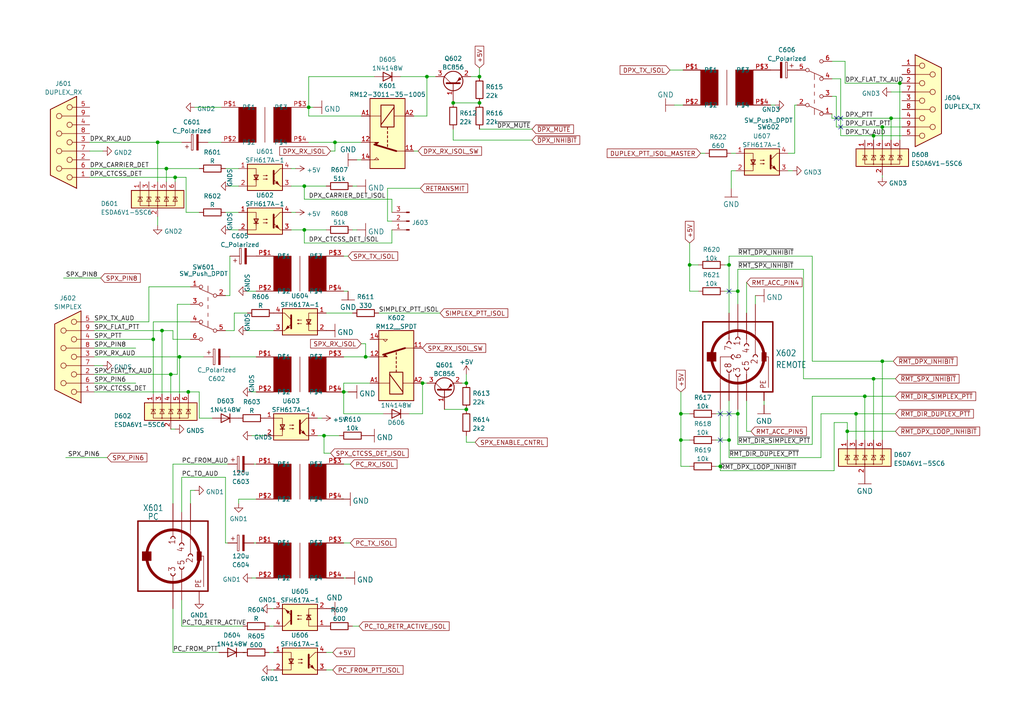
<source format=kicad_sch>
(kicad_sch (version 20211123) (generator eeschema)
  (paper "A4")
  (junction (at 48.26 48.895))
  (junction (at 123.825 22.225))
  (junction (at 245.745 125.095))
  (junction (at 211.455 127.635))
  (junction (at 208.915 135.255))
  (junction (at 211.455 76.835))
  (junction (at 197.485 127.635))
  (junction (at 255.905 104.775))
  (junction (at 213.995 120.015))
  (junction (at 253.365 109.855))
  (junction (at 139.065 22.225))
  (junction (at 89.535 31.115))
  (junction (at 45.72 41.275))
  (junction (at 258.445 34.29))
  (junction (at 197.485 120.015))
  (junction (at 248.285 120.015))
  (junction (at 88.265 53.975))
  (junction (at 250.825 114.935))
  (junction (at 131.445 29.845))
  (junction (at 135.255 118.745))
  (junction (at 255.905 36.83))
  (junction (at 50.8 51.435))
  (junction (at 139.065 29.845))
  (junction (at 99.695 113.665))
  (junction (at 260.985 24.13))
  (junction (at 106.045 103.505))
  (junction (at 93.98 126.365))
  (junction (at 213.995 84.455))
  (junction (at 97.155 41.275))
  (junction (at 52.07 103.505))
  (junction (at 200.025 76.835))
  (junction (at 135.255 111.125))
  (junction (at 253.365 39.37))
  (junction (at 46.99 95.885))
  (junction (at 88.265 66.675))
  (junction (at 49.53 108.585))
  (junction (at 122.555 111.125))
  (junction (at 54.61 113.665))
  (junction (at 44.45 98.425))
  (no_connect (at 243.84 36.83))
  (no_connect (at 243.84 34.29))
  (no_connect (at 208.915 120.015))
  (no_connect (at 211.455 84.455))
  (no_connect (at 242.57 34.29))
  (no_connect (at 211.455 120.015))
  (no_connect (at 208.915 127.635))
  (wire (pts (xy 46.99 95.885) (xy 50.165 95.885)))
  (wire (pts (xy 102.235 181.61) (xy 104.14 181.61)))
  (wire (pts (xy 88.265 53.975) (xy 94.615 53.975)))
  (wire (pts (xy 73.025 113.665) (xy 74.295 113.665)))
  (wire (pts (xy 202.565 84.455) (xy 200.025 84.455)))
  (wire (pts (xy 219.075 85.725) (xy 219.075 88.265)))
  (wire (pts (xy 102.235 66.675) (xy 103.505 66.675)))
  (wire (pts (xy 27.305 108.585) (xy 49.53 108.585)))
  (wire (pts (xy 203.2 44.45) (xy 204.47 44.45)))
  (wire (pts (xy 27.305 100.965) (xy 39.37 100.965)))
  (wire (pts (xy 99.695 144.78) (xy 99.06 144.78)))
  (wire (pts (xy 194.31 20.32) (xy 198.12 20.32)))
  (wire (pts (xy 120.015 43.815) (xy 121.285 43.815)))
  (wire (pts (xy 233.045 78.105) (xy 233.045 109.855)))
  (wire (pts (xy 48.26 48.895) (xy 48.26 52.705)))
  (wire (pts (xy 260.985 24.13) (xy 261.62 24.13)))
  (wire (pts (xy 241.3 34.29) (xy 258.445 34.29)))
  (wire (pts (xy 245.11 17.78) (xy 245.11 24.13)))
  (wire (pts (xy 95.885 43.815) (xy 97.155 43.815)))
  (wire (pts (xy 104.775 33.655) (xy 89.535 33.655)))
  (wire (pts (xy 123.825 33.655) (xy 120.015 33.655)))
  (wire (pts (xy 97.155 43.815) (xy 97.155 41.275)))
  (wire (pts (xy 99.695 120.015) (xy 99.695 113.665)))
  (wire (pts (xy 53.975 51.435) (xy 53.975 61.595)))
  (wire (pts (xy 213.995 88.265) (xy 213.995 84.455)))
  (wire (pts (xy 52.07 103.505) (xy 52.07 114.3)))
  (wire (pts (xy 255.905 36.83) (xy 255.905 40.64)))
  (wire (pts (xy 27.305 106.045) (xy 29.845 106.045)))
  (wire (pts (xy 212.09 44.45) (xy 213.36 44.45)))
  (wire (pts (xy 88.265 53.975) (xy 88.265 57.785)))
  (wire (pts (xy 78.105 181.61) (xy 79.375 181.61)))
  (wire (pts (xy 57.785 121.285) (xy 61.595 121.285)))
  (wire (pts (xy 213.995 78.105) (xy 233.045 78.105)))
  (wire (pts (xy 104.775 99.695) (xy 106.045 99.695)))
  (wire (pts (xy 65.405 157.48) (xy 66.04 157.48)))
  (wire (pts (xy 78.105 189.23) (xy 79.375 189.23)))
  (wire (pts (xy 245.745 125.095) (xy 259.715 125.095)))
  (wire (pts (xy 48.26 48.895) (xy 57.785 48.895)))
  (wire (pts (xy 197.485 120.015) (xy 200.025 120.015)))
  (wire (pts (xy 248.285 127.635) (xy 248.285 120.015)))
  (wire (pts (xy 241.3 27.94) (xy 242.57 27.94)))
  (wire (pts (xy 46.99 95.885) (xy 46.99 114.3)))
  (wire (pts (xy 250.825 114.935) (xy 250.825 127.635)))
  (wire (pts (xy 245.11 24.13) (xy 260.985 24.13)))
  (wire (pts (xy 211.455 132.715) (xy 238.125 132.715)))
  (wire (pts (xy 55.245 98.425) (xy 50.165 98.425)))
  (wire (pts (xy 97.155 41.275) (xy 104.775 41.275)))
  (wire (pts (xy 245.745 122.555) (xy 241.935 122.555)))
  (wire (pts (xy 99.695 103.505) (xy 106.045 103.505)))
  (wire (pts (xy 67.945 95.885) (xy 67.945 90.805)))
  (wire (pts (xy 71.12 189.23) (xy 70.485 189.23)))
  (wire (pts (xy 69.215 144.78) (xy 69.215 146.05)))
  (wire (pts (xy 230.505 44.45) (xy 230.505 30.48)))
  (wire (pts (xy 123.825 22.225) (xy 126.365 22.225)))
  (wire (pts (xy 99.695 111.125) (xy 99.695 113.665)))
  (wire (pts (xy 65.405 61.595) (xy 69.215 61.595)))
  (wire (pts (xy 52.705 173.99) (xy 52.705 181.61)))
  (wire (pts (xy 99.695 74.295) (xy 100.965 74.295)))
  (wire (pts (xy 49.53 108.585) (xy 51.435 108.585)))
  (wire (pts (xy 27.305 111.125) (xy 39.37 111.125)))
  (wire (pts (xy 154.305 40.64) (xy 131.445 40.64)))
  (wire (pts (xy 195.58 30.48) (xy 198.12 30.48)))
  (wire (pts (xy 197.485 113.665) (xy 197.485 120.015)))
  (wire (pts (xy 216.535 125.095) (xy 217.805 125.095)))
  (wire (pts (xy 123.825 22.225) (xy 123.825 33.655)))
  (wire (pts (xy 56.515 31.115) (xy 64.135 31.115)))
  (wire (pts (xy 211.455 127.635) (xy 211.455 132.715)))
  (wire (pts (xy 74.295 84.455) (xy 71.755 84.455)))
  (wire (pts (xy 228.6 49.53) (xy 229.87 49.53)))
  (wire (pts (xy 66.675 53.975) (xy 69.215 53.975)))
  (wire (pts (xy 45.72 62.865) (xy 45.72 65.405)))
  (wire (pts (xy 118.745 120.015) (xy 122.555 120.015)))
  (wire (pts (xy 107.315 111.125) (xy 99.695 111.125)))
  (wire (pts (xy 50.8 51.435) (xy 53.975 51.435)))
  (wire (pts (xy 66.675 74.295) (xy 66.675 85.725)))
  (wire (pts (xy 242.57 27.94) (xy 242.57 36.83)))
  (wire (pts (xy 135.255 126.365) (xy 135.255 128.27)))
  (wire (pts (xy 65.405 138.43) (xy 65.405 157.48)))
  (wire (pts (xy 60.325 41.275) (xy 64.135 41.275)))
  (wire (pts (xy 67.945 90.805) (xy 71.755 90.805)))
  (wire (pts (xy 51.435 108.585) (xy 51.435 88.265)))
  (wire (pts (xy 45.72 41.275) (xy 45.72 52.705)))
  (wire (pts (xy 102.235 53.975) (xy 103.505 53.975)))
  (wire (pts (xy 241.3 17.78) (xy 245.11 17.78)))
  (wire (pts (xy 45.72 41.275) (xy 52.705 41.275)))
  (wire (pts (xy 210.185 84.455) (xy 213.995 84.455)))
  (wire (pts (xy 139.065 37.465) (xy 154.305 37.465)))
  (wire (pts (xy 50.8 51.435) (xy 50.8 52.705)))
  (wire (pts (xy 93.98 131.445) (xy 93.98 126.365)))
  (wire (pts (xy 230.505 30.48) (xy 231.14 30.48)))
  (wire (pts (xy 250.825 114.935) (xy 259.715 114.935)))
  (wire (pts (xy 88.265 66.675) (xy 94.615 66.675)))
  (wire (pts (xy 44.45 98.425) (xy 44.45 114.3)))
  (wire (pts (xy 139.065 19.685) (xy 139.065 22.225)))
  (wire (pts (xy 78.74 194.31) (xy 79.375 194.31)))
  (wire (pts (xy 65.405 48.895) (xy 69.215 48.895)))
  (wire (pts (xy 52.705 181.61) (xy 70.485 181.61)))
  (wire (pts (xy 55.245 146.05) (xy 55.245 142.24)))
  (wire (pts (xy 258.445 34.29) (xy 258.445 40.64)))
  (wire (pts (xy 26.035 48.895) (xy 48.26 48.895)))
  (wire (pts (xy 109.855 90.805) (xy 127.635 90.805)))
  (wire (pts (xy 89.535 41.275) (xy 97.155 41.275)))
  (wire (pts (xy 50.165 176.53) (xy 50.165 189.23)))
  (wire (pts (xy 66.675 103.505) (xy 74.295 103.505)))
  (wire (pts (xy 90.805 31.115) (xy 89.535 31.115)))
  (wire (pts (xy 208.915 135.255) (xy 208.915 136.525)))
  (wire (pts (xy 260.985 24.13) (xy 260.985 40.64)))
  (wire (pts (xy 200.025 135.255) (xy 197.485 135.255)))
  (wire (pts (xy 106.045 99.695) (xy 106.045 103.505)))
  (wire (pts (xy 213.995 118.745) (xy 213.995 120.015)))
  (wire (pts (xy 133.985 111.125) (xy 135.255 111.125)))
  (wire (pts (xy 122.555 111.125) (xy 123.825 111.125)))
  (wire (pts (xy 92.075 126.365) (xy 93.98 126.365)))
  (wire (pts (xy 43.18 93.345) (xy 43.18 83.185)))
  (wire (pts (xy 54.61 113.665) (xy 57.785 113.665)))
  (wire (pts (xy 89.535 22.225) (xy 89.535 31.115)))
  (wire (pts (xy 52.705 148.59) (xy 52.705 138.43)))
  (wire (pts (xy 84.455 61.595) (xy 85.725 61.595)))
  (wire (pts (xy 258.445 34.29) (xy 261.62 34.29)))
  (wire (pts (xy 49.53 108.585) (xy 49.53 114.3)))
  (wire (pts (xy 113.665 66.675) (xy 113.665 70.485)))
  (wire (pts (xy 27.305 98.425) (xy 44.45 98.425)))
  (wire (pts (xy 92.075 121.285) (xy 93.345 121.285)))
  (wire (pts (xy 243.84 39.37) (xy 253.365 39.37)))
  (wire (pts (xy 211.455 76.835) (xy 211.455 90.805)))
  (wire (pts (xy 223.52 30.48) (xy 224.79 30.48)))
  (wire (pts (xy 255.905 36.83) (xy 261.62 36.83)))
  (wire (pts (xy 235.585 114.935) (xy 235.585 128.905)))
  (wire (pts (xy 253.365 109.855) (xy 253.365 127.635)))
  (wire (pts (xy 255.905 50.8) (xy 255.905 51.435)))
  (wire (pts (xy 122.555 120.015) (xy 122.555 111.125)))
  (wire (pts (xy 99.695 157.48) (xy 101.6 157.48)))
  (wire (pts (xy 242.57 36.83) (xy 255.905 36.83)))
  (wire (pts (xy 94.615 90.805) (xy 102.235 90.805)))
  (wire (pts (xy 207.645 120.015) (xy 213.995 120.015)))
  (wire (pts (xy 50.165 98.425) (xy 50.165 95.885)))
  (wire (pts (xy 211.455 74.295) (xy 235.585 74.295)))
  (wire (pts (xy 43.18 83.185) (xy 55.245 83.185)))
  (wire (pts (xy 213.995 84.455) (xy 213.995 78.105)))
  (wire (pts (xy 18.415 80.645) (xy 29.21 80.645)))
  (wire (pts (xy 255.905 104.775) (xy 259.08 104.775)))
  (wire (pts (xy 26.035 43.815) (xy 29.845 43.815)))
  (wire (pts (xy 57.785 113.665) (xy 57.785 121.285)))
  (wire (pts (xy 216.535 116.205) (xy 216.535 125.095)))
  (wire (pts (xy 27.305 103.505) (xy 52.07 103.505)))
  (wire (pts (xy 44.45 93.345) (xy 44.45 98.425)))
  (wire (pts (xy 213.36 49.53) (xy 212.09 49.53)))
  (wire (pts (xy 233.045 109.855) (xy 253.365 109.855)))
  (wire (pts (xy 245.745 125.095) (xy 245.745 127.635)))
  (wire (pts (xy 52.07 103.505) (xy 59.055 103.505)))
  (wire (pts (xy 99.695 84.455) (xy 100.965 84.455)))
  (wire (pts (xy 73.025 126.365) (xy 76.835 126.365)))
  (wire (pts (xy 88.265 70.485) (xy 113.665 70.485)))
  (wire (pts (xy 212.09 49.53) (xy 212.09 54.61)))
  (wire (pts (xy 207.645 135.255) (xy 208.915 135.255)))
  (wire (pts (xy 19.05 132.715) (xy 31.115 132.715)))
  (wire (pts (xy 253.365 39.37) (xy 253.365 40.64)))
  (wire (pts (xy 108.585 22.225) (xy 89.535 22.225)))
  (wire (pts (xy 84.455 48.895) (xy 85.725 48.895)))
  (wire (pts (xy 121.92 54.61) (xy 112.395 54.61)))
  (wire (pts (xy 27.305 95.885) (xy 46.99 95.885)))
  (wire (pts (xy 50.165 189.23) (xy 63.5 189.23)))
  (wire (pts (xy 99.695 113.665) (xy 100.965 113.665)))
  (wire (pts (xy 221.615 116.205) (xy 221.615 117.475)))
  (wire (pts (xy 66.675 66.675) (xy 69.215 66.675)))
  (wire (pts (xy 253.365 109.855) (xy 259.715 109.855)))
  (wire (pts (xy 213.995 128.905) (xy 235.585 128.905)))
  (wire (pts (xy 50.165 146.05) (xy 50.165 134.62)))
  (wire (pts (xy 99.695 134.62) (xy 101.6 134.62)))
  (wire (pts (xy 131.445 37.465) (xy 131.445 40.64)))
  (wire (pts (xy 213.995 120.015) (xy 213.995 128.905)))
  (wire (pts (xy 241.935 122.555) (xy 241.935 136.525)))
  (wire (pts (xy 50.165 134.62) (xy 66.04 134.62)))
  (wire (pts (xy 99.695 167.64) (xy 100.33 167.64)))
  (wire (pts (xy 27.305 93.345) (xy 43.18 93.345)))
  (wire (pts (xy 241.3 34.29) (xy 241.3 33.02)))
  (wire (pts (xy 26.035 41.275) (xy 45.72 41.275)))
  (wire (pts (xy 106.045 103.505) (xy 107.315 103.505)))
  (wire (pts (xy 94.615 194.31) (xy 96.52 194.31)))
  (wire (pts (xy 216.535 90.805) (xy 216.535 81.915)))
  (wire (pts (xy 27.305 113.665) (xy 54.61 113.665)))
  (wire (pts (xy 211.455 116.205) (xy 211.455 127.635)))
  (wire (pts (xy 52.705 138.43) (xy 65.405 138.43)))
  (wire (pts (xy 253.365 39.37) (xy 261.62 39.37)))
  (wire (pts (xy 103.505 46.355) (xy 104.775 46.355)))
  (wire (pts (xy 250.825 114.935) (xy 235.585 114.935)))
  (wire (pts (xy 207.645 127.635) (xy 211.455 127.635)))
  (wire (pts (xy 93.98 126.365) (xy 98.425 126.365)))
  (wire (pts (xy 241.3 22.86) (xy 243.84 22.86)))
  (wire (pts (xy 235.585 104.775) (xy 255.905 104.775)))
  (wire (pts (xy 131.445 29.845) (xy 139.065 29.845)))
  (wire (pts (xy 71.755 95.885) (xy 79.375 95.885)))
  (wire (pts (xy 197.485 127.635) (xy 200.025 127.635)))
  (wire (pts (xy 248.285 120.015) (xy 259.715 120.015)))
  (wire (pts (xy 258.445 26.67) (xy 261.62 26.67)))
  (wire (pts (xy 94.615 189.23) (xy 96.52 189.23)))
  (wire (pts (xy 228.6 44.45) (xy 230.505 44.45)))
  (wire (pts (xy 88.265 57.785) (xy 113.665 57.785)))
  (wire (pts (xy 84.455 53.975) (xy 88.265 53.975)))
  (wire (pts (xy 73.025 167.64) (xy 74.295 167.64)))
  (wire (pts (xy 135.255 111.125) (xy 135.255 108.585)))
  (wire (pts (xy 116.205 22.225) (xy 123.825 22.225)))
  (wire (pts (xy 111.125 120.015) (xy 99.695 120.015)))
  (wire (pts (xy 235.585 74.295) (xy 235.585 104.775)))
  (wire (pts (xy 89.535 33.655) (xy 89.535 31.115)))
  (wire (pts (xy 74.295 134.62) (xy 73.66 134.62)))
  (wire (pts (xy 66.675 85.725) (xy 65.405 85.725)))
  (wire (pts (xy 238.125 120.015) (xy 238.125 132.715)))
  (wire (pts (xy 54.61 113.665) (xy 54.61 114.3)))
  (wire (pts (xy 95.885 131.445) (xy 93.98 131.445)))
  (wire (pts (xy 238.125 120.015) (xy 248.285 120.015)))
  (wire (pts (xy 55.245 93.345) (xy 44.45 93.345)))
  (wire (pts (xy 112.395 54.61) (xy 112.395 64.135)))
  (wire (pts (xy 202.565 76.835) (xy 200.025 76.835)))
  (wire (pts (xy 78.74 176.53) (xy 79.375 176.53)))
  (wire (pts (xy 197.485 127.635) (xy 197.485 135.255)))
  (wire (pts (xy 200.025 76.835) (xy 200.025 70.485)))
  (wire (pts (xy 74.295 144.78) (xy 69.215 144.78)))
  (wire (pts (xy 210.185 76.835) (xy 211.455 76.835)))
  (wire (pts (xy 208.915 136.525) (xy 241.935 136.525)))
  (wire (pts (xy 51.435 88.265) (xy 55.245 88.265)))
  (wire (pts (xy 65.405 95.885) (xy 67.945 95.885)))
  (wire (pts (xy 208.915 118.745) (xy 208.915 135.255)))
  (wire (pts (xy 136.525 22.225) (xy 139.065 22.225)))
  (wire (pts (xy 135.255 128.27) (xy 137.795 128.27)))
  (wire (pts (xy 53.975 61.595) (xy 57.785 61.595)))
  (wire (pts (xy 243.84 22.86) (xy 243.84 39.37)))
  (wire (pts (xy 200.025 76.835) (xy 200.025 84.455)))
  (wire (pts (xy 74.295 157.48) (xy 73.66 157.48)))
  (wire (pts (xy 113.665 64.135) (xy 112.395 64.135)))
  (wire (pts (xy 84.455 66.675) (xy 88.265 66.675)))
  (wire (pts (xy 211.455 74.295) (xy 211.455 76.835)))
  (wire (pts (xy 26.035 51.435) (xy 50.8 51.435)))
  (wire (pts (xy 55.245 142.24) (xy 56.515 142.24)))
  (wire (pts (xy 255.905 104.775) (xy 255.905 127.635)))
  (wire (pts (xy 49.53 124.46) (xy 50.8 124.46)))
  (wire (pts (xy 245.745 122.555) (xy 245.745 125.095)))
  (wire (pts (xy 88.265 66.675) (xy 88.265 70.485)))
  (wire (pts (xy 113.665 57.785) (xy 113.665 61.595)))
  (wire (pts (xy 197.485 120.015) (xy 197.485 127.635)))
  (wire (pts (xy 128.905 118.745) (xy 135.255 118.745)))
  (label "SPX_FLAT_TX_AUD" (at 27.305 108.585 0))
  (label "SPX_RX_AUD" (at 27.305 103.505 0))
  (label "PC_TO_AUD" (at 52.705 138.43 0))
  (label "DPX_FLAT_PTT" (at 245.11 36.83 0))
  (label "DPX_CARRIER_DET_ISOL" (at 89.535 57.785 0))
  (label "SPX_TX_AUD" (at 27.305 93.345 0))
  (label "~{RMT_DPX_LOOP_INHIBIT}" (at 208.915 136.525 0))
  (label "SPX_PIN6" (at 19.685 132.715 0))
  (label "DPX_CTCSS_DET_ISOL" (at 89.535 70.485 0))
  (label "PC_TO_RETR_ACTIVE" (at 52.705 181.61 0))
  (label "~{DPX_MUTE}" (at 144.145 37.465 0))
  (label "~{RMT_SPX_INHIBIT}" (at 213.995 78.105 0))
  (label "DPX_FLAT_TX_AUD" (at 245.11 24.13 0))
  (label "DPX_TX_AUD" (at 245.11 39.37 0))
  (label "SPX_CTCSS_DET" (at 27.305 113.665 0))
  (label "~{RMT_DIR_DUPLEX_PTT}" (at 211.455 132.715 0))
  (label "SPX_PIN8" (at 27.305 100.965 0))
  (label "PC_FROM_PTT" (at 50.165 189.23 0))
  (label "SPX_PIN8" (at 19.05 80.645 0))
  (label "SPX_PTT" (at 27.305 98.425 0))
  (label "SIMPLEX_PTT_ISOL" (at 109.855 90.805 0))
  (label "PC_FROM_AUD" (at 52.705 134.62 0))
  (label "SPX_PIN6" (at 27.305 111.125 0))
  (label "DPX_RX_AUD" (at 26.035 41.275 0))
  (label "DPX_PTT" (at 245.11 34.29 0))
  (label "~{RMT_DPX_INHIBIT}" (at 213.995 74.295 0))
  (label "SPX_FLAT_PTT" (at 27.305 95.885 0))
  (label "~{RMT_DIR_SIMPLEX_PTT}" (at 213.995 128.905 0))
  (label "DPX_CTCSS_DET" (at 26.035 51.435 0))
  (label "DPX_CARRIER_DET" (at 26.035 48.895 0))
  (global_label "SPX_RX_ISOL_SW" (shape input) (at 122.555 100.965 0) (property "Intersheet References" "${INTERSHEET_REFS}" (effects hide)))
  (global_label "SPX_ENABLE_CNTRL" (shape input) (at 137.795 128.27 0) (property "Intersheet References" "${INTERSHEET_REFS}" (effects hide)))
  (global_label "~{DPX_INHIBIT}" (shape input) (at 154.305 40.64 0) (property "Intersheet References" "${INTERSHEET_REFS}" (effects hide)))
  (global_label "~{RMT_SPX_INHIBIT}" (shape input) (at 259.715 109.855 0) (property "Intersheet References" "${INTERSHEET_REFS}" (effects hide)))
  (global_label "SIMPLEX_PTT_ISOL" (shape input) (at 127.635 90.805 0) (property "Intersheet References" "${INTERSHEET_REFS}" (effects hide)))
  (global_label "SPX_RX_ISOL" (shape input) (at 104.775 99.695 180) (property "Intersheet References" "${INTERSHEET_REFS}" (effects hide)))
  (global_label "~{RMT_DIR_DUPLEX_PTT}" (shape input) (at 259.715 120.015 0) (property "Intersheet References" "${INTERSHEET_REFS}" (effects hide)))
  (global_label "~{RMT_DPX_INHIBIT}" (shape input) (at 259.08 104.775 0) (property "Intersheet References" "${INTERSHEET_REFS}" (effects hide)))
  (global_label "+5V" (shape input) (at 197.485 113.665 90) (property "Intersheet References" "${INTERSHEET_REFS}" (effects hide)))
  (global_label "+5V" (shape input) (at 96.52 189.23 0) (property "Intersheet References" "${INTERSHEET_REFS}" (effects hide)))
  (global_label "PC_TO_RETR_ACTIVE_ISOL" (shape input) (at 104.14 181.61 0) (property "Intersheet References" "${INTERSHEET_REFS}" (effects hide)))
  (global_label "DUPLEX_PTT_ISOL_MASTER" (shape input) (at 203.2 44.45 180) (property "Intersheet References" "${INTERSHEET_REFS}" (effects hide)))
  (global_label "~{DPX_MUTE}" (shape input) (at 154.305 37.465 0) (property "Intersheet References" "${INTERSHEET_REFS}" (effects hide)))
  (global_label "SPX_PIN6" (shape input) (at 31.115 132.715 0) (property "Intersheet References" "${INTERSHEET_REFS}" (effects hide)))
  (global_label "RMT_ACC_PIN5" (shape input) (at 217.805 125.095 0) (property "Intersheet References" "${INTERSHEET_REFS}" (effects hide)))
  (global_label "~{RMT_DPX_LOOP_INHIBIT}" (shape input) (at 259.715 125.095 0) (property "Intersheet References" "${INTERSHEET_REFS}" (effects hide)))
  (global_label "DPX_RX_ISOL_SW" (shape input) (at 121.285 43.815 0) (property "Intersheet References" "${INTERSHEET_REFS}" (effects hide)))
  (global_label "SPX_PIN8" (shape input) (at 29.21 80.645 0) (property "Intersheet References" "${INTERSHEET_REFS}" (effects hide)))
  (global_label "PC_RX_ISOL" (shape input) (at 101.6 134.62 0) (property "Intersheet References" "${INTERSHEET_REFS}" (effects hide)))
  (global_label "+5V" (shape input) (at 139.065 19.685 90) (property "Intersheet References" "${INTERSHEET_REFS}" (effects hide)))
  (global_label "PC_FROM_PTT_ISOL" (shape input) (at 96.52 194.31 0) (property "Intersheet References" "${INTERSHEET_REFS}" (effects hide)))
  (global_label "DPX_RX_ISOL" (shape input) (at 95.885 43.815 180) (property "Intersheet References" "${INTERSHEET_REFS}" (effects hide)))
  (global_label "RMT_ACC_PIN4" (shape input) (at 216.535 81.915 0) (property "Intersheet References" "${INTERSHEET_REFS}" (effects hide)))
  (global_label "PC_TX_ISOL" (shape input) (at 101.6 157.48 0) (property "Intersheet References" "${INTERSHEET_REFS}" (effects hide)))
  (global_label "SPX_TX_ISOL" (shape input) (at 100.965 74.295 0) (property "Intersheet References" "${INTERSHEET_REFS}" (effects hide)))
  (global_label "SPX_CTCSS_DET_ISOL" (shape input) (at 95.885 131.445 0) (property "Intersheet References" "${INTERSHEET_REFS}" (effects hide)))
  (global_label "RETRANSMIT" (shape input) (at 121.92 54.61 0) (property "Intersheet References" "${INTERSHEET_REFS}" (effects hide)))
  (global_label "+5V" (shape input) (at 200.025 70.485 90) (property "Intersheet References" "${INTERSHEET_REFS}" (effects hide)))
  (global_label "DPX_TX_ISOL" (shape input) (at 194.31 20.32 180) (property "Intersheet References" "${INTERSHEET_REFS}" (effects hide)))
  (global_label "~{RMT_DIR_SIMPLEX_PTT}" (shape input) (at 259.715 114.935 0) (property "Intersheet References" "${INTERSHEET_REFS}" (effects hide)))
  (symbol (lib_id "Connector:DB9_Female") (at 269.24 29.21 0) (unit 1)
    (property "Reference" "J604" (at 273.812 28.3753 0) (effects (justify left)))
    (property "Value" "DUPLEX_TX" (at 273.812 30.9122 0) (effects (justify left)))
    (property "Footprint" "Connector_Dsub:DSUB-9_Female_Horizontal_P2.77x2.84mm_EdgePinOffset4.94mm_Housed_MountingHolesOffset7.48mm" (effects hide))
    (property "Datasheet" " ~" (effects hide))
  )
  (symbol (lib_id "power:+5V") (at 85.725 48.895 270) (unit 1)
    (property "Reference" "#PWR0618" (effects hide))
    (property "Value" "+5V" (at 88.9 49.3288 90) (effects (justify left)))
  )
  (symbol (lib_id "power:GND1") (at 78.74 194.31 270) (unit 1)
    (property "Reference" "#PWR0617" (effects hide))
    (property "Value" "GND1" (at 75.565 196.85 90) (effects (justify left)))
  )
  (symbol (lib_id "Device:C_Polarized") (at 227.33 20.32 270) (unit 1)
    (property "Reference" "C606" (at 228.219 14.4612 90))
    (property "Value" "C_Polarized" (at 228.219 16.9981 90))
    (property "Footprint" "Capacitor_THT:C_Radial_D6.3mm_H7.0mm_P2.50mm" (effects hide))
  )
  (symbol (lib_id "paratnc_cp_import:GND") (at 212.09 57.15 0) (unit 1)
    (property "Reference" "#GND0613" (effects hide))
    (property "Value" "GND" (at 212.09 59.2588 0) (effects (font (size 1.4986 1.4986))))
  )
  (symbol (lib_id "paratnc_cp_import:CRIYCHLEY9000") (at 86.995 139.7 0) (unit 1)
    (property "Reference" "TR604" (effects hide))
    (property "Value" "CRIYCHLEY9000" (effects hide))
    (property "Footprint" "paratnc_cp:NORMAL" (effects hide))
  )
  (symbol (lib_id "Device:R") (at 102.235 126.365 90) (unit 1)
    (property "Reference" "R610" (at 102.235 121.6492 90))
    (property "Value" "10k" (at 102.235 124.1861 90))
    (property "Footprint" "Resistor_SMD:R_0805_2012Metric_Pad1.20x1.40mm_HandSolder" (effects hide))
  )
  (symbol (lib_id "Diode:1N4148W") (at 112.395 22.225 180) (unit 1)
    (property "Reference" "D605" (at 112.395 17.2552 0))
    (property "Value" "1N4148W" (at 112.395 19.7921 0))
    (property "Footprint" "Diode_SMD:D_SOD-123" (effects hide))
    (property "Datasheet" "https://www.vishay.com/docs/85748/1n4148w.pdf" (effects hide))
  )
  (symbol (lib_id "power:GND2") (at 56.515 31.115 270) (unit 1)
    (property "Reference" "#PWR0605" (effects hide))
    (property "Value" "GND2" (at 57.15 31.5488 90) (effects (justify left)))
  )
  (symbol (lib_id "Isolator:SFH617A-1") (at 86.995 179.07 180) (unit 1)
    (property "Reference" "U605" (at 86.995 171.5602 0))
    (property "Value" "SFH617A-1" (at 86.995 174.0971 0))
    (property "Footprint" "Package_DIP:SMDIP-4_W9.53mm" (effects hide))
    (property "Datasheet" "http://www.vishay.com/docs/83740/sfh617a.pdf" (effects hide))
  )
  (symbol (lib_id "Device:R") (at 139.065 26.035 180) (unit 1)
    (property "Reference" "R615" (at 140.843 25.2003 0) (effects (justify right)))
    (property "Value" "22k" (at 140.843 27.7372 0) (effects (justify right)))
    (property "Footprint" "Resistor_SMD:R_0805_2012Metric_Pad1.20x1.40mm_HandSolder" (effects hide))
  )
  (symbol (lib_id "Power_Protection:ESDA6V1-5SC6") (at 49.53 119.38 0) (unit 1)
    (property "Reference" "D602" (at 33.02 120.65 0) (effects (justify left)))
    (property "Value" "ESDA6V1-5SC6" (at 33.02 123.19 0) (effects (justify left)))
    (property "Footprint" "Package_TO_SOT_SMD:SOT-23-6" (effects hide))
    (property "Datasheet" "www.st.com/resource/en/datasheet/esda6v1-5sc6.pdf" (effects hide))
  )
  (symbol (lib_id "Device:R") (at 74.295 181.61 90) (unit 1)
    (property "Reference" "R604" (at 74.295 176.8942 90))
    (property "Value" "R" (at 74.295 179.4311 90))
    (property "Footprint" "Resistor_SMD:R_0805_2012Metric_Pad1.20x1.40mm_HandSolder" (effects hide))
  )
  (symbol (lib_id "paratnc_cp_import:GND") (at 108.585 126.365 90) (unit 1)
    (property "Reference" "#GND0611" (effects hide))
    (property "Value" "GND" (at 109.22 126.8768 90) (effects (font (size 1.4986 1.4986)) (justify right)))
  )
  (symbol (lib_id "Power_Protection:ESDA6V1-5SC6") (at 45.72 57.785 0) (unit 1)
    (property "Reference" "D601" (at 29.21 59.055 0) (effects (justify left)))
    (property "Value" "ESDA6V1-5SC6" (at 29.21 61.595 0) (effects (justify left)))
    (property "Footprint" "Package_TO_SOT_SMD:SOT-23-6" (effects hide))
    (property "Datasheet" "www.st.com/resource/en/datasheet/esda6v1-5sc6.pdf" (effects hide))
  )
  (symbol (lib_id "Device:R") (at 61.595 61.595 90) (unit 1)
    (property "Reference" "R602" (at 61.595 56.8792 90))
    (property "Value" "R" (at 61.595 59.4161 90))
    (property "Footprint" "Resistor_SMD:R_0805_2012Metric_Pad1.20x1.40mm_HandSolder" (effects hide))
  )
  (symbol (lib_id "power:GND1") (at 78.74 176.53 270) (unit 1)
    (property "Reference" "#PWR0616" (effects hide))
    (property "Value" "GND1" (at 74.93 173.99 90) (effects (justify left)))
  )
  (symbol (lib_id "power:GND3") (at 255.905 51.435 0) (unit 1)
    (property "Reference" "#PWR0624" (effects hide))
    (property "Value" "GND3" (at 257.81 53.1388 0) (effects (justify left)))
  )
  (symbol (lib_id "power:GNDS") (at 50.8 124.46 90) (unit 1)
    (property "Reference" "#PWR0604" (effects hide))
    (property "Value" "GNDS" (at 53.975 124.8938 90) (effects (justify right)))
  )
  (symbol (lib_id "paratnc_cp_import:CRIYCHLEY9000") (at 86.995 162.56 0) (unit 1)
    (property "Reference" "TR605" (effects hide))
    (property "Value" "CRIYCHLEY9000" (effects hide))
    (property "Footprint" "paratnc_cp:NORMAL" (effects hide))
  )
  (symbol (lib_id "Isolator:SFH617A-1") (at 86.995 93.345 0) (mirror y) (unit 1)
    (property "Reference" "U604" (at 86.995 85.8352 0))
    (property "Value" "SFH617A-1" (at 86.995 88.3721 0))
    (property "Footprint" "Package_DIP:SMDIP-4_W9.53mm" (effects hide))
    (property "Datasheet" "http://www.vishay.com/docs/83740/sfh617a.pdf" (effects hide))
  )
  (symbol (lib_id "paratnc_cp_import:GND") (at 221.615 85.725 90) (unit 1)
    (property "Reference" "#GND0614" (effects hide))
    (property "Value" "GND" (at 222.25 86.2368 90) (effects (font (size 1.4986 1.4986)) (justify right)))
  )
  (symbol (lib_id "paratnc_cp_import:GND") (at 100.965 46.355 270) (unit 1)
    (property "Reference" "#GND0604" (effects hide))
    (property "Value" "GND" (at 100.965 43.3648 90) (effects (font (size 1.4986 1.4986))))
  )
  (symbol (lib_id "paratnc_cp_import:GND") (at 93.345 31.115 90) (unit 1)
    (property "Reference" "#GND0601" (effects hide))
    (property "Value" "GND" (at 93.98 31.6268 90) (effects (font (size 1.4986 1.4986)) (justify right)))
  )
  (symbol (lib_id "power:GNDS") (at 66.675 66.675 270) (unit 1)
    (property "Reference" "#PWR0609" (effects hide))
    (property "Value" "GNDS" (at 66.675 61.595 0) (effects (justify left)))
  )
  (symbol (lib_id "Device:R") (at 135.255 114.935 180) (unit 1)
    (property "Reference" "R613" (at 137.033 114.1003 0) (effects (justify right)))
    (property "Value" "22k" (at 137.033 116.6372 0) (effects (justify right)))
    (property "Footprint" "Resistor_SMD:R_0805_2012Metric_Pad1.20x1.40mm_HandSolder" (effects hide))
  )
  (symbol (lib_id "Device:R") (at 139.065 33.655 180) (unit 1)
    (property "Reference" "R616" (at 140.843 32.8203 0) (effects (justify right)))
    (property "Value" "22k" (at 140.843 35.3572 0) (effects (justify right)))
    (property "Footprint" "Resistor_SMD:R_0805_2012Metric_Pad1.20x1.40mm_HandSolder" (effects hide))
  )
  (symbol (lib_id "paratnc_cp_import:CRIYCHLEY9000") (at 86.995 79.375 0) (unit 1)
    (property "Reference" "TR602" (effects hide))
    (property "Value" "CRIYCHLEY9000" (effects hide))
    (property "Footprint" "paratnc_cp:NORMAL" (effects hide))
  )
  (symbol (lib_id "power:GNDS") (at 66.675 53.975 270) (unit 1)
    (property "Reference" "#PWR0608" (effects hide))
    (property "Value" "GNDS" (at 66.675 48.895 0) (effects (justify left)))
  )
  (symbol (lib_id "Device:R") (at 135.255 122.555 180) (unit 1)
    (property "Reference" "R614" (at 137.033 121.7203 0) (effects (justify right)))
    (property "Value" "2k2" (at 137.033 124.2572 0) (effects (justify right)))
    (property "Footprint" "Resistor_SMD:R_0805_2012Metric_Pad1.20x1.40mm_HandSolder" (effects hide))
  )
  (symbol (lib_id "Diode:1N4148W") (at 67.31 189.23 180) (unit 1)
    (property "Reference" "D604" (at 67.31 184.2602 0))
    (property "Value" "1N4148W" (at 67.31 186.7971 0))
    (property "Footprint" "Diode_SMD:D_SOD-123" (effects hide))
    (property "Datasheet" "https://www.vishay.com/docs/85748/1n4148w.pdf" (effects hide))
  )
  (symbol (lib_id "Connector:Conn_01x03_Male") (at 118.745 64.135 180) (unit 1)
    (property "Reference" "J603" (at 119.4562 64.5688 0) (effects (justify right)))
    (property "Value" "Conn_01x03_Male" (effects hide))
    (property "Footprint" "Connector_PinHeader_2.54mm:PinHeader_1x03_P2.54mm_Vertical" (effects hide))
  )
  (symbol (lib_id "paratnc_cp_import:GND") (at 97.155 176.53 90) (unit 1)
    (property "Reference" "#GND0603" (effects hide))
    (property "Value" "GND" (at 94.615 173.355 90) (effects (font (size 1.4986 1.4986)) (justify right)))
  )
  (symbol (lib_id "power:GNDS") (at 29.845 106.045 90) (unit 1)
    (property "Reference" "#PWR0602" (effects hide))
    (property "Value" "GNDS" (at 33.02 106.4788 90) (effects (justify right)))
  )
  (symbol (lib_id "Device:R") (at 131.445 33.655 180) (unit 1)
    (property "Reference" "R612" (at 133.223 32.8203 0) (effects (justify right)))
    (property "Value" "22k" (at 133.223 35.3572 0) (effects (justify right)))
    (property "Footprint" "Resistor_SMD:R_0805_2012Metric_Pad1.20x1.40mm_HandSolder" (effects hide))
  )
  (symbol (lib_id "Isolator:SFH617A-1") (at 76.835 64.135 0) (unit 1)
    (property "Reference" "U602" (at 76.835 56.6252 0))
    (property "Value" "SFH617A-1" (at 76.835 59.1621 0))
    (property "Footprint" "Package_DIP:SMDIP-4_W9.53mm" (effects hide))
    (property "Datasheet" "http://www.vishay.com/docs/83740/sfh617a.pdf" (effects hide))
  )
  (symbol (lib_id "Isolator:SFH617A-1") (at 220.98 46.99 0) (unit 1)
    (property "Reference" "U607" (at 220.98 39.4802 0))
    (property "Value" "SFH617A-1" (at 220.98 42.0171 0))
    (property "Footprint" "Package_DIP:SMDIP-4_W9.53mm" (effects hide))
    (property "Datasheet" "http://www.vishay.com/docs/83740/sfh617a.pdf" (effects hide))
  )
  (symbol (lib_id "Device:R") (at 98.425 181.61 90) (unit 1)
    (property "Reference" "R609" (at 98.425 176.8942 90))
    (property "Value" "600" (at 98.425 179.4311 90))
    (property "Footprint" "Resistor_SMD:R_0805_2012Metric_Pad1.20x1.40mm_HandSolder" (effects hide))
  )
  (symbol (lib_id "paratnc_cp_import:GND") (at 106.045 66.675 90) (unit 1)
    (property "Reference" "#GND0610" (effects hide))
    (property "Value" "GND" (at 106.68 67.1868 90) (effects (font (size 1.4986 1.4986)) (justify right)))
  )
  (symbol (lib_id "Device:R") (at 208.28 44.45 90) (unit 1)
    (property "Reference" "R622" (at 208.28 39.7342 90))
    (property "Value" "660" (at 208.28 42.2711 90))
    (property "Footprint" "Resistor_SMD:R_0805_2012Metric_Pad1.20x1.40mm_HandSolder" (effects hide))
  )
  (symbol (lib_id "Device:R") (at 75.565 90.805 90) (unit 1)
    (property "Reference" "R606" (at 75.565 86.0892 90))
    (property "Value" "R" (at 75.565 88.6261 90))
    (property "Footprint" "Resistor_SMD:R_0805_2012Metric_Pad1.20x1.40mm_HandSolder" (effects hide))
  )
  (symbol (lib_id "Device:R") (at 106.045 90.805 90) (unit 1)
    (property "Reference" "R611" (at 106.045 86.0892 90))
    (property "Value" "330" (at 106.045 88.6261 90))
    (property "Footprint" "Resistor_SMD:R_0805_2012Metric_Pad1.20x1.40mm_HandSolder" (effects hide))
  )
  (symbol (lib_id "Device:R") (at 206.375 76.835 270) (unit 1)
    (property "Reference" "R620" (at 206.375 72.39 90))
    (property "Value" "10k" (at 206.375 74.9269 90))
    (property "Footprint" "Resistor_SMD:R_0805_2012Metric_Pad1.20x1.40mm_HandSolder" (effects hide))
  )
  (symbol (lib_id "Device:R") (at 73.025 121.285 90) (unit 1)
    (property "Reference" "R603" (at 73.025 116.5692 90))
    (property "Value" "R" (at 73.025 119.1061 90))
    (property "Footprint" "Resistor_SMD:R_0805_2012Metric_Pad1.20x1.40mm_HandSolder" (effects hide))
  )
  (symbol (lib_id "power:GNDS") (at 73.025 113.665 270) (unit 1)
    (property "Reference" "#PWR0613" (effects hide))
    (property "Value" "GNDS" (at 73.025 108.585 0) (effects (justify left)))
  )
  (symbol (lib_id "relays:RM12__SPDT") (at 112.395 38.735 90) (mirror x) (unit 1)
    (property "Reference" "K601" (at 112.395 24.8752 90))
    (property "Value" "RM12-3011-35-1005" (at 112.395 27.4121 90))
    (property "Footprint" "relays:Relay_SPDT_Relpol_RM12" (effects hide))
    (property "Datasheet" "https://www.tme.eu/Document/d4564567649762cfcee20fdcd647ecf2/LU-LUZ-SERIES-min.pdf" (effects hide))
  )
  (symbol (lib_id "Isolator:SFH617A-1") (at 84.455 123.825 0) (unit 1)
    (property "Reference" "U603" (at 84.455 116.3152 0))
    (property "Value" "SFH617A-1" (at 84.455 118.8521 0))
    (property "Footprint" "Package_DIP:SMDIP-4_W9.53mm" (effects hide))
    (property "Datasheet" "http://www.vishay.com/docs/83740/sfh617a.pdf" (effects hide))
  )
  (symbol (lib_id "power:GND3") (at 258.445 26.67 270) (unit 1)
    (property "Reference" "#PWR0625" (effects hide))
    (property "Value" "GND3" (at 255.27 27.1038 90) (effects (justify right)))
  )
  (symbol (lib_id "Device:R") (at 98.425 66.675 90) (unit 1)
    (property "Reference" "R608" (at 98.425 61.9592 90))
    (property "Value" "51k" (at 98.425 64.4961 90))
    (property "Footprint" "Resistor_SMD:R_0805_2012Metric_Pad1.20x1.40mm_HandSolder" (effects hide))
  )
  (symbol (lib_id "Device:R") (at 98.425 53.975 90) (unit 1)
    (property "Reference" "R607" (at 98.425 49.2592 90))
    (property "Value" "51k" (at 98.425 51.7961 90))
    (property "Footprint" "Resistor_SMD:R_0805_2012Metric_Pad1.20x1.40mm_HandSolder" (effects hide))
  )
  (symbol (lib_id "power:GND3") (at 229.87 49.53 90) (unit 1)
    (property "Reference" "#PWR0623" (effects hide))
    (property "Value" "GND3" (at 233.045 49.9638 90) (effects (justify right)))
  )
  (symbol (lib_id "power:GND2") (at 45.72 65.405 0) (unit 1)
    (property "Reference" "#PWR?" (effects hide))
    (property "Value" "GND2" (at 47.625 67.1088 0) (effects (justify left)))
  )
  (symbol (lib_id "sterownik_eagle_import:MAB8SH") (at 213.995 103.505 90) (unit 1)
    (property "Reference" "X602" (at 224.9932 102.4028 90) (effects (font (size 1.778 1.5113)) (justify right)))
    (property "Value" "REMOTE" (at 224.9932 105.8028 90) (effects (font (size 1.778 1.5113)) (justify right)))
    (property "Footprint" "sterownik:MAB8SH" (effects hide))
  )
  (symbol (lib_id "paratnc_cp_import:GND") (at 221.615 120.015 0) (unit 1)
    (property "Reference" "#GND0615" (effects hide))
    (property "Value" "GND" (at 221.615 122.1238 0) (effects (font (size 1.4986 1.4986))))
  )
  (symbol (lib_id "Device:R") (at 61.595 48.895 90) (unit 1)
    (property "Reference" "R601" (at 61.595 44.1792 90))
    (property "Value" "R" (at 61.595 46.7161 90))
    (property "Footprint" "Resistor_SMD:R_0805_2012Metric_Pad1.20x1.40mm_HandSolder" (effects hide))
  )
  (symbol (lib_id "paratnc_cp_import:GND") (at 250.825 140.335 0) (unit 1)
    (property "Reference" "#GND0616" (effects hide))
    (property "Value" "GND" (at 250.825 142.4438 0) (effects (font (size 1.4986 1.4986))))
  )
  (symbol (lib_id "power:+5V") (at 135.255 108.585 0) (unit 1)
    (property "Reference" "#PWR0621" (effects hide))
    (property "Value" "+5V" (at 135.255 105.0092 0))
  )
  (symbol (lib_id "paratnc_cp_import:GND") (at 100.965 86.995 0) (unit 1)
    (property "Reference" "#GND0605" (effects hide))
    (property "Value" "GND" (at 100.965 89.1038 0) (effects (font (size 1.4986 1.4986))))
  )
  (symbol (lib_id "paratnc_cp_import:GND") (at 103.505 113.665 90) (unit 1)
    (property "Reference" "#GND0608" (effects hide))
    (property "Value" "GND" (at 104.14 114.1768 90) (effects (font (size 1.4986 1.4986)) (justify right)))
  )
  (symbol (lib_id "Isolator:SFH617A-1") (at 76.835 51.435 0) (unit 1)
    (property "Reference" "U601" (at 76.835 43.9252 0))
    (property "Value" "SFH617A-1" (at 76.835 46.4621 0))
    (property "Footprint" "Package_DIP:SMDIP-4_W9.53mm" (effects hide))
    (property "Datasheet" "http://www.vishay.com/docs/83740/sfh617a.pdf" (effects hide))
  )
  (symbol (lib_id "paratnc_cp_import:GND") (at 193.04 30.48 270) (unit 1)
    (property "Reference" "#GND0612" (effects hide))
    (property "Value" "GND" (at 193.04 27.4898 90) (effects (font (size 1.4986 1.4986))))
  )
  (symbol (lib_id "power:GNDS") (at 73.025 126.365 270) (unit 1)
    (property "Reference" "#PWR0614" (effects hide))
    (property "Value" "GNDS" (at 73.66 126.7988 90) (effects (justify left)))
  )
  (symbol (lib_id "power:+5V") (at 93.345 121.285 270) (unit 1)
    (property "Reference" "#PWR0620" (effects hide))
    (property "Value" "+5V" (at 96.52 121.7188 90) (effects (justify left)))
  )
  (symbol (lib_id "power:GNDS") (at 71.755 84.455 270) (unit 1)
    (property "Reference" "#PWR0611" (effects hide))
    (property "Value" "GNDS" (at 71.755 79.375 0) (effects (justify left)))
  )
  (symbol (lib_id "power:GND2") (at 29.845 43.815 90) (unit 1)
    (property "Reference" "#PWR0601" (effects hide))
    (property "Value" "GND2" (at 33.02 44.2488 90) (effects (justify right)))
  )
  (symbol (lib_id "Transistor_BJT:BC856") (at 131.445 24.765 90) (unit 1)
    (property "Reference" "Q602" (at 131.445 16.9758 90))
    (property "Value" "BC856" (at 131.445 19.5127 90))
    (property "Footprint" "Package_TO_SOT_SMD:SOT-23" (effects hide))
    (property "Datasheet" "https://www.onsemi.com/pub/Collateral/BC860-D.pdf" (effects hide))
  )
  (symbol (lib_id "Device:C_Polarized") (at 56.515 41.275 90) (unit 1)
    (property "Reference" "C601" (at 55.626 35.4162 90))
    (property "Value" "C_Polarized" (at 55.626 37.9531 90))
    (property "Footprint" "Capacitor_THT:C_Radial_D6.3mm_H7.0mm_P2.50mm" (effects hide))
  )
  (symbol (lib_id "Device:C_Polarized") (at 69.85 157.48 90) (mirror x) (unit 1)
    (property "Reference" "C604" (at 69.85 163.83 90))
    (property "Value" "120u" (at 69.85 161.29 90))
    (property "Footprint" "Capacitor_THT:C_Radial_D6.3mm_H7.0mm_P2.50mm" (effects hide))
  )
  (symbol (lib_id "Connector:DB9_Female") (at 18.415 41.275 180) (unit 1)
    (property "Reference" "J601" (at 18.415 24.2402 0))
    (property "Value" "DUPLEX_RX" (at 18.415 26.7771 0))
    (property "Footprint" "Connector_Dsub:DSUB-9_Female_Horizontal_P2.77x2.84mm_EdgePinOffset4.94mm_Housed_MountingHolesOffset7.48mm" (effects hide))
    (property "Datasheet" " ~" (effects hide))
  )
  (symbol (lib_id "Device:C_Polarized") (at 69.85 134.62 90) (mirror x) (unit 1)
    (property "Reference" "C603" (at 69.85 139.7 90))
    (property "Value" "120u" (at 69.85 137.16 90))
    (property "Footprint" "Capacitor_THT:C_Radial_D6.3mm_H7.0mm_P2.50mm" (effects hide))
  )
  (symbol (lib_name "RM12__SPDT_1") (lib_id "relays:RM12__SPDT") (at 114.935 106.045 90) (unit 1)
    (property "Reference" "K602" (at 114.935 92.1852 90))
    (property "Value" "RM12__SPDT" (at 114.935 94.7221 90))
    (property "Footprint" "relays:Relay_SPDT_Relpol_RM12" (effects hide))
    (property "Datasheet" "https://www.tme.eu/Document/d4564567649762cfcee20fdcd647ecf2/LU-LUZ-SERIES-min.pdf" (effects hide))
  )
  (symbol (lib_id "power:+5V") (at 85.725 61.595 270) (unit 1)
    (property "Reference" "#PWR0619" (effects hide))
    (property "Value" "+5V" (at 88.9 62.0288 90) (effects (justify left)))
  )
  (symbol (lib_id "Isolator:SFH617A-1") (at 86.995 191.77 0) (unit 1)
    (property "Reference" "U606" (at 86.995 184.2602 0))
    (property "Value" "SFH617A-1" (at 86.995 186.7971 0))
    (property "Footprint" "Package_DIP:SMDIP-4_W9.53mm" (effects hide))
    (property "Datasheet" "http://www.vishay.com/docs/83740/sfh617a.pdf" (effects hide))
  )
  (symbol (lib_id "paratnc_cp_import:GND") (at 97.155 95.885 90) (unit 1)
    (property "Reference" "#GND0602" (effects hide))
    (property "Value" "GND" (at 97.79 96.3968 90) (effects (font (size 1.4986 1.4986)) (justify right)))
  )
  (symbol (lib_id "Connector:DB9_Female") (at 19.685 103.505 180) (unit 1)
    (property "Reference" "J602" (at 19.685 86.4702 0))
    (property "Value" "SIMPLEX" (at 19.685 89.0071 0))
    (property "Footprint" "Connector_Dsub:DSUB-9_Female_Horizontal_P2.77x2.84mm_EdgePinOffset4.94mm_Housed_MountingHolesOffset7.48mm" (effects hide))
    (property "Datasheet" " ~" (effects hide))
  )
  (symbol (lib_id "power:GND3") (at 224.79 30.48 90) (unit 1)
    (property "Reference" "#PWR0622" (effects hide))
    (property "Value" "GND3" (at 220.98 31.75 90) (effects (justify right)))
  )
  (symbol (lib_id "paratnc_cp_import:CRIYCHLEY9000") (at 86.995 108.585 0) (unit 1)
    (property "Reference" "TR603" (effects hide))
    (property "Value" "CRIYCHLEY9000" (effects hide))
    (property "Footprint" "paratnc_cp:NORMAL" (effects hide))
  )
  (symbol (lib_id "power:GND1") (at 56.515 142.24 90) (unit 1)
    (property "Reference" "#PWR0606" (effects hide))
    (property "Value" "GND1" (at 59.69 142.6738 90) (effects (justify right)))
  )
  (symbol (lib_id "Switch:SW_Push_DPDT") (at 60.325 90.805 0) (mirror y) (unit 1)
    (property "Reference" "SW601" (at 59.055 77.47 0))
    (property "Value" "SW_Push_DPDT" (at 59.055 79.375 0))
    (property "Footprint" "swtiches_spdt_dpdt:Ninigi_SS22F03-G6" (effects hide))
  )
  (symbol (lib_id "Device:R") (at 206.375 84.455 270) (unit 1)
    (property "Reference" "R621" (at 206.375 79.7392 90))
    (property "Value" "10k" (at 206.375 82.2761 90))
    (property "Footprint" "Resistor_SMD:R_0805_2012Metric_Pad1.20x1.40mm_HandSolder" (effects hide))
  )
  (symbol (lib_id "paratnc_cp_import:CRIYCHLEY9000") (at 76.835 36.195 0) (unit 1)
    (property "Reference" "TR601" (effects hide))
    (property "Value" "CRIYCHLEY9000" (effects hide))
    (property "Footprint" "paratnc_cp:NORMAL" (effects hide))
  )
  (symbol (lib_id "Diode:1N4148W") (at 114.935 120.015 180) (unit 1)
    (property "Reference" "D606" (at 114.935 122.555 0))
    (property "Value" "1N4148W" (at 114.935 117.5821 0))
    (property "Footprint" "Diode_SMD:D_SOD-123" (effects hide))
    (property "Datasheet" "https://www.vishay.com/docs/85748/1n4148w.pdf" (effects hide))
  )
  (symbol (lib_id "Device:C_Polarized") (at 70.485 74.295 90) (unit 1)
    (property "Reference" "C605" (at 69.596 68.4362 90))
    (property "Value" "C_Polarized" (at 69.596 70.9731 90))
    (property "Footprint" "Capacitor_THT:C_Radial_D6.3mm_H7.0mm_P2.50mm" (effects hide))
  )
  (symbol (lib_id "paratnc_cp_import:GND") (at 101.6 144.78 90) (unit 1)
    (property "Reference" "#GND0606" (effects hide))
    (property "Value" "GND" (at 102.235 145.2918 90) (effects (font (size 1.4986 1.4986)) (justify right)))
  )
  (symbol (lib_id "Power_Protection:ESDA6V1-5SC6") (at 255.905 45.72 0) (unit 1)
    (property "Reference" "D608" (at 264.287 44.8853 0) (effects (justify left)))
    (property "Value" "ESDA6V1-5SC6" (at 264.287 47.4222 0) (effects (justify left)))
    (property "Footprint" "Package_TO_SOT_SMD:SOT-23-6" (effects hide))
    (property "Datasheet" "www.st.com/resource/en/datasheet/esda6v1-5sc6.pdf" (effects hide))
  )
  (symbol (lib_id "paratnc_cp_import:CRIYCHLEY9000") (at 210.82 25.4 0) (unit 1)
    (property "Reference" "TR606" (effects hide))
    (property "Value" "CRIYCHLEY9000" (effects hide))
    (property "Footprint" "paratnc_cp:NORMAL" (effects hide))
  )
  (symbol (lib_id "Power_Protection:ESDA6V1-5SC6") (at 250.825 132.715 0) (unit 1)
    (property "Reference" "D607" (at 259.207 131.8803 0) (effects (justify left)))
    (property "Value" "ESDA6V1-5SC6" (at 259.207 134.4172 0) (effects (justify left)))
    (property "Footprint" "Package_TO_SOT_SMD:SOT-23-6" (effects hide))
    (property "Datasheet" "www.st.com/resource/en/datasheet/esda6v1-5sc6.pdf" (effects hide))
  )
  (symbol (lib_id "power:GNDS") (at 71.755 95.885 270) (unit 1)
    (property "Reference" "#PWR0612" (effects hide))
    (property "Value" "GNDS" (at 71.755 90.805 0) (effects (justify left)))
  )
  (symbol (lib_id "sterownik_eagle_import:MAB5SH") (at 50.165 161.29 90) (unit 1)
    (property "Reference" "X601" (at 44.45 147.32 90) (effects (font (size 1.778 1.5113))))
    (property "Value" "PC" (at 44.45 149.86 90) (effects (font (size 1.778 1.5113))))
    (property "Footprint" "sterownik:MAB5SH" (effects hide))
  )
  (symbol (lib_id "paratnc_cp_import:GND") (at 102.87 167.64 90) (unit 1)
    (property "Reference" "#GND0607" (effects hide))
    (property "Value" "GND" (at 103.505 168.1518 90) (effects (font (size 1.4986 1.4986)) (justify right)))
  )
  (symbol (lib_id "paratnc_cp_import:GND") (at 106.045 53.975 90) (unit 1)
    (property "Reference" "#GND0609" (effects hide))
    (property "Value" "GND" (at 106.68 54.4868 90) (effects (font (size 1.4986 1.4986)) (justify right)))
  )
  (symbol (lib_id "Diode:1N4148W") (at 65.405 121.285 180) (unit 1)
    (property "Reference" "D603" (at 65.405 116.3152 0))
    (property "Value" "1N4148W" (at 65.405 118.8521 0))
    (property "Footprint" "Diode_SMD:D_SOD-123" (effects hide))
    (property "Datasheet" "https://www.vishay.com/docs/85748/1n4148w.pdf" (effects hide))
  )
  (symbol (lib_id "Device:C_Polarized") (at 62.865 103.505 90) (mirror x) (unit 1)
    (property "Reference" "C602" (at 62.865 109.855 90))
    (property "Value" "C_Polarized" (at 62.865 107.315 90))
    (property "Footprint" "Capacitor_THT:C_Radial_D6.3mm_H7.0mm_P2.50mm" (effects hide))
  )
  (symbol (lib_id "Device:R") (at 203.835 127.635 270) (unit 1)
    (property "Reference" "R618" (at 203.835 122.9192 90))
    (property "Value" "10k" (at 203.835 125.4561 90))
    (property "Footprint" "Resistor_SMD:R_0805_2012Metric_Pad1.20x1.40mm_HandSolder" (effects hide))
  )
  (symbol (lib_id "Device:R") (at 203.835 120.015 270) (unit 1)
    (property "Reference" "R617" (at 203.835 115.2992 90))
    (property "Value" "10k" (at 203.835 117.8361 90))
    (property "Footprint" "Resistor_SMD:R_0805_2012Metric_Pad1.20x1.40mm_HandSolder" (effects hide))
  )
  (symbol (lib_id "power:GND1") (at 57.785 173.99 0) (unit 1)
    (property "Reference" "#PWR0607" (effects hide))
    (property "Value" "GND1" (at 57.785 178.4334 0))
  )
  (symbol (lib_id "Device:R") (at 74.295 189.23 90) (unit 1)
    (property "Reference" "R605" (at 74.295 184.5142 90))
    (property "Value" "600" (at 74.295 187.0511 90))
    (property "Footprint" "Resistor_SMD:R_0805_2012Metric_Pad1.20x1.40mm_HandSolder" (effects hide))
  )
  (symbol (lib_id "power:GND1") (at 69.215 146.05 0) (unit 1)
    (property "Reference" "#PWR0610" (effects hide))
    (property "Value" "GND1" (at 69.215 150.4934 0))
  )
  (symbol (lib_id "Transistor_BJT:BC856") (at 128.905 113.665 90) (unit 1)
    (property "Reference" "Q601" (at 128.905 105.8758 90))
    (property "Value" "BC856" (at 128.905 108.4127 90))
    (property "Footprint" "Package_TO_SOT_SMD:SOT-23" (effects hide))
    (property "Datasheet" "https://www.onsemi.com/pub/Collateral/BC860-D.pdf" (effects hide))
  )
  (symbol (lib_id "power:GND1") (at 73.025 167.64 270) (unit 1)
    (property "Reference" "#PWR0615" (effects hide))
    (property "Value" "GND1" (at 69.85 168.0738 90) (effects (justify right)))
  )
  (symbol (lib_id "Switch:SW_Push_DPDT") (at 236.22 25.4 0) (mirror x) (unit 1)
    (property "Reference" "SW602" (at 222.885 36.83 0))
    (property "Value" "SW_Push_DPDT" (at 222.885 34.925 0))
    (property "Footprint" "swtiches_spdt_dpdt:Ninigi_SS22F03-G6" (effects hide))
  )
  (symbol (lib_id "Device:R") (at 203.835 135.255 270) (unit 1)
    (property "Reference" "R619" (at 203.835 130.5392 90))
    (property "Value" "10k" (at 203.835 133.0761 90))
    (property "Footprint" "Resistor_SMD:R_0805_2012Metric_Pad1.20x1.40mm_HandSolder" (effects hide))
  )
)
</source>
